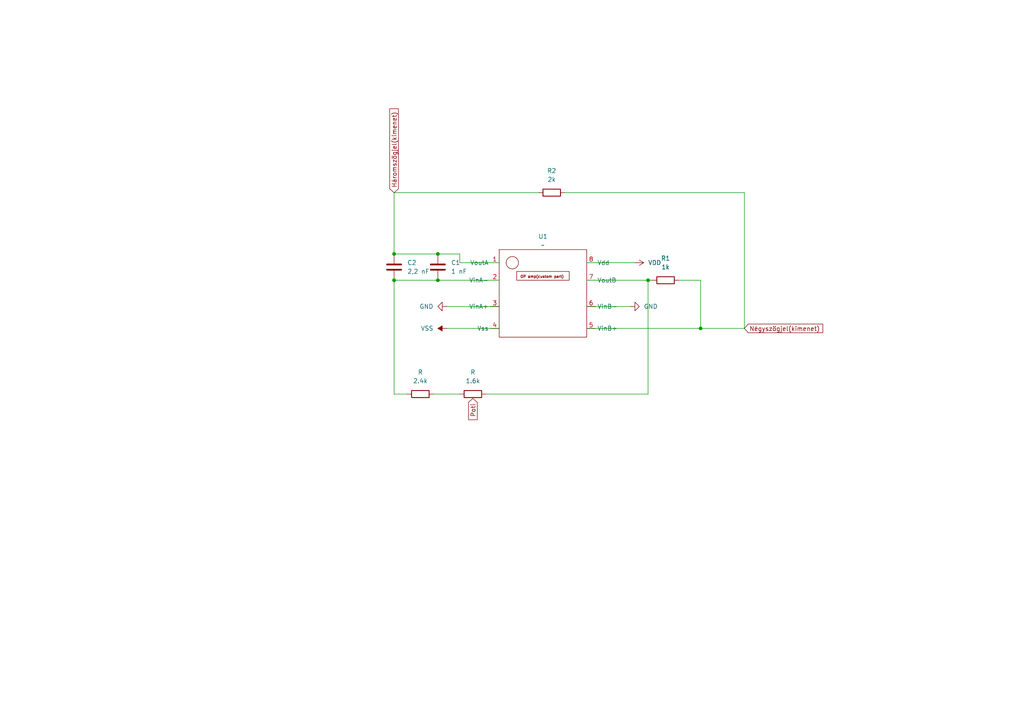
<source format=kicad_sch>
(kicad_sch
	(version 20250114)
	(generator "eeschema")
	(generator_version "9.0")
	(uuid "f1807f3b-3a8f-4961-8163-5183412817a7")
	(paper "A4")
	(lib_symbols
		(symbol "Device:C"
			(pin_numbers
				(hide yes)
			)
			(pin_names
				(offset 0.254)
			)
			(exclude_from_sim no)
			(in_bom yes)
			(on_board yes)
			(property "Reference" "C"
				(at 0.635 2.54 0)
				(effects
					(font
						(size 1.27 1.27)
					)
					(justify left)
				)
			)
			(property "Value" "C"
				(at 0.635 -2.54 0)
				(effects
					(font
						(size 1.27 1.27)
					)
					(justify left)
				)
			)
			(property "Footprint" ""
				(at 0.9652 -3.81 0)
				(effects
					(font
						(size 1.27 1.27)
					)
					(hide yes)
				)
			)
			(property "Datasheet" "~"
				(at 0 0 0)
				(effects
					(font
						(size 1.27 1.27)
					)
					(hide yes)
				)
			)
			(property "Description" "Unpolarized capacitor"
				(at 0 0 0)
				(effects
					(font
						(size 1.27 1.27)
					)
					(hide yes)
				)
			)
			(property "ki_keywords" "cap capacitor"
				(at 0 0 0)
				(effects
					(font
						(size 1.27 1.27)
					)
					(hide yes)
				)
			)
			(property "ki_fp_filters" "C_*"
				(at 0 0 0)
				(effects
					(font
						(size 1.27 1.27)
					)
					(hide yes)
				)
			)
			(symbol "C_0_1"
				(polyline
					(pts
						(xy -2.032 0.762) (xy 2.032 0.762)
					)
					(stroke
						(width 0.508)
						(type default)
					)
					(fill
						(type none)
					)
				)
				(polyline
					(pts
						(xy -2.032 -0.762) (xy 2.032 -0.762)
					)
					(stroke
						(width 0.508)
						(type default)
					)
					(fill
						(type none)
					)
				)
			)
			(symbol "C_1_1"
				(pin passive line
					(at 0 3.81 270)
					(length 2.794)
					(name "~"
						(effects
							(font
								(size 1.27 1.27)
							)
						)
					)
					(number "1"
						(effects
							(font
								(size 1.27 1.27)
							)
						)
					)
				)
				(pin passive line
					(at 0 -3.81 90)
					(length 2.794)
					(name "~"
						(effects
							(font
								(size 1.27 1.27)
							)
						)
					)
					(number "2"
						(effects
							(font
								(size 1.27 1.27)
							)
						)
					)
				)
			)
			(embedded_fonts no)
		)
		(symbol "Device:R"
			(pin_numbers
				(hide yes)
			)
			(pin_names
				(offset 0)
			)
			(exclude_from_sim no)
			(in_bom yes)
			(on_board yes)
			(property "Reference" "R"
				(at 2.032 0 90)
				(effects
					(font
						(size 1.27 1.27)
					)
				)
			)
			(property "Value" "R"
				(at 0 0 90)
				(effects
					(font
						(size 1.27 1.27)
					)
				)
			)
			(property "Footprint" ""
				(at -1.778 0 90)
				(effects
					(font
						(size 1.27 1.27)
					)
					(hide yes)
				)
			)
			(property "Datasheet" "~"
				(at 0 0 0)
				(effects
					(font
						(size 1.27 1.27)
					)
					(hide yes)
				)
			)
			(property "Description" "Resistor"
				(at 0 0 0)
				(effects
					(font
						(size 1.27 1.27)
					)
					(hide yes)
				)
			)
			(property "ki_keywords" "R res resistor"
				(at 0 0 0)
				(effects
					(font
						(size 1.27 1.27)
					)
					(hide yes)
				)
			)
			(property "ki_fp_filters" "R_*"
				(at 0 0 0)
				(effects
					(font
						(size 1.27 1.27)
					)
					(hide yes)
				)
			)
			(symbol "R_0_1"
				(rectangle
					(start -1.016 -2.54)
					(end 1.016 2.54)
					(stroke
						(width 0.254)
						(type default)
					)
					(fill
						(type none)
					)
				)
			)
			(symbol "R_1_1"
				(pin passive line
					(at 0 3.81 270)
					(length 1.27)
					(name "~"
						(effects
							(font
								(size 1.27 1.27)
							)
						)
					)
					(number "1"
						(effects
							(font
								(size 1.27 1.27)
							)
						)
					)
				)
				(pin passive line
					(at 0 -3.81 90)
					(length 1.27)
					(name "~"
						(effects
							(font
								(size 1.27 1.27)
							)
						)
					)
					(number "2"
						(effects
							(font
								(size 1.27 1.27)
							)
						)
					)
				)
			)
			(embedded_fonts no)
		)
		(symbol "New_Library:Op_amp(custom_part)"
			(exclude_from_sim no)
			(in_bom yes)
			(on_board yes)
			(property "Reference" "U"
				(at 0 0 0)
				(effects
					(font
						(size 1.27 1.27)
					)
				)
			)
			(property "Value" ""
				(at 0 0 0)
				(effects
					(font
						(size 1.27 1.27)
					)
				)
			)
			(property "Footprint" ""
				(at 0 0 0)
				(effects
					(font
						(size 1.27 1.27)
					)
					(hide yes)
				)
			)
			(property "Datasheet" ""
				(at 0 0 0)
				(effects
					(font
						(size 1.27 1.27)
					)
					(hide yes)
				)
			)
			(property "Description" ""
				(at 0 0 0)
				(effects
					(font
						(size 1.27 1.27)
					)
					(hide yes)
				)
			)
			(symbol "Op_amp(custom_part)_0_1"
				(rectangle
					(start -12.7 12.7)
					(end 12.7 -12.7)
					(stroke
						(width 0)
						(type default)
					)
					(fill
						(type none)
					)
				)
				(circle
					(center -8.89 8.89)
					(radius 1.7961)
					(stroke
						(width 0)
						(type default)
					)
					(fill
						(type none)
					)
				)
			)
			(symbol "Op_amp(custom_part)_1_1"
				(text_box "OP amp(custom part)"
					(at -7.62 6.35 0)
					(size 15.24 -2.54)
					(margins 1.016 1.016 1.016 1.016)
					(stroke
						(width 0)
						(type solid)
					)
					(fill
						(type none)
					)
					(effects
						(font
							(size 0.762 0.762)
						)
						(justify left top)
					)
				)
				(pin output line
					(at -12.7 8.89 180)
					(length 2.54)
					(name "VoutA"
						(effects
							(font
								(size 1.27 1.27)
							)
						)
					)
					(number "1"
						(effects
							(font
								(size 1.27 1.27)
							)
						)
					)
				)
				(pin input line
					(at -12.7 3.81 180)
					(length 2.54)
					(name "VinA-"
						(effects
							(font
								(size 1.27 1.27)
							)
						)
					)
					(number "2"
						(effects
							(font
								(size 1.27 1.27)
							)
						)
					)
				)
				(pin input line
					(at -12.7 -3.81 180)
					(length 2.54)
					(name "VinA+"
						(effects
							(font
								(size 1.27 1.27)
							)
						)
					)
					(number "3"
						(effects
							(font
								(size 1.27 1.27)
							)
						)
					)
				)
				(pin input line
					(at -12.7 -10.16 180)
					(length 2.54)
					(name "Vss"
						(effects
							(font
								(size 1.27 1.27)
							)
						)
					)
					(number "4"
						(effects
							(font
								(size 1.27 1.27)
							)
						)
					)
				)
				(pin input line
					(at 12.7 8.89 0)
					(length 2.54)
					(name "Vdd"
						(effects
							(font
								(size 1.27 1.27)
							)
						)
					)
					(number "8"
						(effects
							(font
								(size 1.27 1.27)
							)
						)
					)
				)
				(pin output line
					(at 12.7 3.81 0)
					(length 2.54)
					(name "VoutB"
						(effects
							(font
								(size 1.27 1.27)
							)
						)
					)
					(number "7"
						(effects
							(font
								(size 1.27 1.27)
							)
						)
					)
				)
				(pin input line
					(at 12.7 -3.81 0)
					(length 2.54)
					(name "VinB-"
						(effects
							(font
								(size 1.27 1.27)
							)
						)
					)
					(number "6"
						(effects
							(font
								(size 1.27 1.27)
							)
						)
					)
				)
				(pin input line
					(at 12.7 -10.16 0)
					(length 2.54)
					(name "VinB+"
						(effects
							(font
								(size 1.27 1.27)
							)
						)
					)
					(number "5"
						(effects
							(font
								(size 1.27 1.27)
							)
						)
					)
				)
			)
			(embedded_fonts no)
		)
		(symbol "power:GND"
			(power)
			(pin_numbers
				(hide yes)
			)
			(pin_names
				(offset 0)
				(hide yes)
			)
			(exclude_from_sim no)
			(in_bom yes)
			(on_board yes)
			(property "Reference" "#PWR"
				(at 0 -6.35 0)
				(effects
					(font
						(size 1.27 1.27)
					)
					(hide yes)
				)
			)
			(property "Value" "GND"
				(at 0 -3.81 0)
				(effects
					(font
						(size 1.27 1.27)
					)
				)
			)
			(property "Footprint" ""
				(at 0 0 0)
				(effects
					(font
						(size 1.27 1.27)
					)
					(hide yes)
				)
			)
			(property "Datasheet" ""
				(at 0 0 0)
				(effects
					(font
						(size 1.27 1.27)
					)
					(hide yes)
				)
			)
			(property "Description" "Power symbol creates a global label with name \"GND\" , ground"
				(at 0 0 0)
				(effects
					(font
						(size 1.27 1.27)
					)
					(hide yes)
				)
			)
			(property "ki_keywords" "global power"
				(at 0 0 0)
				(effects
					(font
						(size 1.27 1.27)
					)
					(hide yes)
				)
			)
			(symbol "GND_0_1"
				(polyline
					(pts
						(xy 0 0) (xy 0 -1.27) (xy 1.27 -1.27) (xy 0 -2.54) (xy -1.27 -1.27) (xy 0 -1.27)
					)
					(stroke
						(width 0)
						(type default)
					)
					(fill
						(type none)
					)
				)
			)
			(symbol "GND_1_1"
				(pin power_in line
					(at 0 0 270)
					(length 0)
					(name "~"
						(effects
							(font
								(size 1.27 1.27)
							)
						)
					)
					(number "1"
						(effects
							(font
								(size 1.27 1.27)
							)
						)
					)
				)
			)
			(embedded_fonts no)
		)
		(symbol "power:VDD"
			(power)
			(pin_numbers
				(hide yes)
			)
			(pin_names
				(offset 0)
				(hide yes)
			)
			(exclude_from_sim no)
			(in_bom yes)
			(on_board yes)
			(property "Reference" "#PWR"
				(at 0 -3.81 0)
				(effects
					(font
						(size 1.27 1.27)
					)
					(hide yes)
				)
			)
			(property "Value" "VDD"
				(at 0 3.556 0)
				(effects
					(font
						(size 1.27 1.27)
					)
				)
			)
			(property "Footprint" ""
				(at 0 0 0)
				(effects
					(font
						(size 1.27 1.27)
					)
					(hide yes)
				)
			)
			(property "Datasheet" ""
				(at 0 0 0)
				(effects
					(font
						(size 1.27 1.27)
					)
					(hide yes)
				)
			)
			(property "Description" "Power symbol creates a global label with name \"VDD\""
				(at 0 0 0)
				(effects
					(font
						(size 1.27 1.27)
					)
					(hide yes)
				)
			)
			(property "ki_keywords" "global power"
				(at 0 0 0)
				(effects
					(font
						(size 1.27 1.27)
					)
					(hide yes)
				)
			)
			(symbol "VDD_0_1"
				(polyline
					(pts
						(xy -0.762 1.27) (xy 0 2.54)
					)
					(stroke
						(width 0)
						(type default)
					)
					(fill
						(type none)
					)
				)
				(polyline
					(pts
						(xy 0 2.54) (xy 0.762 1.27)
					)
					(stroke
						(width 0)
						(type default)
					)
					(fill
						(type none)
					)
				)
				(polyline
					(pts
						(xy 0 0) (xy 0 2.54)
					)
					(stroke
						(width 0)
						(type default)
					)
					(fill
						(type none)
					)
				)
			)
			(symbol "VDD_1_1"
				(pin power_in line
					(at 0 0 90)
					(length 0)
					(name "~"
						(effects
							(font
								(size 1.27 1.27)
							)
						)
					)
					(number "1"
						(effects
							(font
								(size 1.27 1.27)
							)
						)
					)
				)
			)
			(embedded_fonts no)
		)
		(symbol "power:VSS"
			(power)
			(pin_numbers
				(hide yes)
			)
			(pin_names
				(offset 0)
				(hide yes)
			)
			(exclude_from_sim no)
			(in_bom yes)
			(on_board yes)
			(property "Reference" "#PWR"
				(at 0 -3.81 0)
				(effects
					(font
						(size 1.27 1.27)
					)
					(hide yes)
				)
			)
			(property "Value" "VSS"
				(at 0 3.556 0)
				(effects
					(font
						(size 1.27 1.27)
					)
				)
			)
			(property "Footprint" ""
				(at 0 0 0)
				(effects
					(font
						(size 1.27 1.27)
					)
					(hide yes)
				)
			)
			(property "Datasheet" ""
				(at 0 0 0)
				(effects
					(font
						(size 1.27 1.27)
					)
					(hide yes)
				)
			)
			(property "Description" "Power symbol creates a global label with name \"VSS\""
				(at 0 0 0)
				(effects
					(font
						(size 1.27 1.27)
					)
					(hide yes)
				)
			)
			(property "ki_keywords" "global power"
				(at 0 0 0)
				(effects
					(font
						(size 1.27 1.27)
					)
					(hide yes)
				)
			)
			(symbol "VSS_0_1"
				(polyline
					(pts
						(xy 0 0) (xy 0 2.54)
					)
					(stroke
						(width 0)
						(type default)
					)
					(fill
						(type none)
					)
				)
				(polyline
					(pts
						(xy 0.762 1.27) (xy -0.762 1.27) (xy 0 2.54) (xy 0.762 1.27)
					)
					(stroke
						(width 0)
						(type default)
					)
					(fill
						(type outline)
					)
				)
			)
			(symbol "VSS_1_1"
				(pin power_in line
					(at 0 0 90)
					(length 0)
					(name "~"
						(effects
							(font
								(size 1.27 1.27)
							)
						)
					)
					(number "1"
						(effects
							(font
								(size 1.27 1.27)
							)
						)
					)
				)
			)
			(embedded_fonts no)
		)
	)
	(junction
		(at 114.3 81.28)
		(diameter 0)
		(color 0 0 0 0)
		(uuid "0e645149-5a13-4de5-8dc9-ff0476ba12a4")
	)
	(junction
		(at 187.96 81.28)
		(diameter 0)
		(color 0 0 0 0)
		(uuid "29baba6b-a632-4db9-ba6c-98ec2613ca33")
	)
	(junction
		(at 114.3 73.66)
		(diameter 0)
		(color 0 0 0 0)
		(uuid "3a4c8fd7-3074-4281-9552-e8df04140993")
	)
	(junction
		(at 203.2 95.25)
		(diameter 0)
		(color 0 0 0 0)
		(uuid "563e15ed-4c87-4af1-a170-ce623005d334")
	)
	(junction
		(at 127 73.66)
		(diameter 0)
		(color 0 0 0 0)
		(uuid "87b4a96d-6c0e-4518-a68c-949bdf924008")
	)
	(junction
		(at 127 81.28)
		(diameter 0)
		(color 0 0 0 0)
		(uuid "8bcca267-7c67-4084-8cbd-d60e73358c69")
	)
	(wire
		(pts
			(xy 114.3 55.88) (xy 156.21 55.88)
		)
		(stroke
			(width 0)
			(type default)
		)
		(uuid "13991ae3-fb0e-400c-b859-745619bb09e7")
	)
	(wire
		(pts
			(xy 114.3 73.66) (xy 114.3 55.88)
		)
		(stroke
			(width 0)
			(type default)
		)
		(uuid "1ddc71dc-8bc9-4cbc-9678-0127b6756137")
	)
	(wire
		(pts
			(xy 125.73 114.3) (xy 133.35 114.3)
		)
		(stroke
			(width 0)
			(type default)
		)
		(uuid "22d8f79d-d6c9-4a0b-8b2c-cceb0809978a")
	)
	(wire
		(pts
			(xy 163.83 55.88) (xy 215.9 55.88)
		)
		(stroke
			(width 0)
			(type default)
		)
		(uuid "2926feaf-5aba-447c-bffe-fec0f22889b2")
	)
	(wire
		(pts
			(xy 170.18 95.25) (xy 203.2 95.25)
		)
		(stroke
			(width 0)
			(type default)
		)
		(uuid "2ae149ff-e52f-47de-9c6d-ed8f8e6c94f4")
	)
	(wire
		(pts
			(xy 118.11 114.3) (xy 114.3 114.3)
		)
		(stroke
			(width 0)
			(type default)
		)
		(uuid "31a706a2-4da8-42ef-8c8a-b3df3b2e4aa4")
	)
	(wire
		(pts
			(xy 144.78 76.2) (xy 133.35 76.2)
		)
		(stroke
			(width 0)
			(type default)
		)
		(uuid "357abdd0-d5cf-48ef-8f57-5165e22b52e8")
	)
	(wire
		(pts
			(xy 203.2 81.28) (xy 203.2 95.25)
		)
		(stroke
			(width 0)
			(type default)
		)
		(uuid "480c300a-1658-4bf6-ad84-b479b4593aee")
	)
	(wire
		(pts
			(xy 114.3 73.66) (xy 127 73.66)
		)
		(stroke
			(width 0)
			(type default)
		)
		(uuid "61255585-879e-4290-a522-7e53b740c2b0")
	)
	(wire
		(pts
			(xy 215.9 55.88) (xy 215.9 95.25)
		)
		(stroke
			(width 0)
			(type default)
		)
		(uuid "6820a69a-79e7-4c0a-a187-9f1eb8667990")
	)
	(wire
		(pts
			(xy 203.2 95.25) (xy 215.9 95.25)
		)
		(stroke
			(width 0)
			(type default)
		)
		(uuid "6c91844d-5628-4a78-87d3-00fcc9494328")
	)
	(wire
		(pts
			(xy 196.85 81.28) (xy 203.2 81.28)
		)
		(stroke
			(width 0)
			(type default)
		)
		(uuid "6f2c0959-60e7-4fb9-9beb-0bc597439818")
	)
	(wire
		(pts
			(xy 170.18 81.28) (xy 187.96 81.28)
		)
		(stroke
			(width 0)
			(type default)
		)
		(uuid "76f88d7b-3f3d-4fde-a807-b6a50508c6c3")
	)
	(wire
		(pts
			(xy 129.54 88.9) (xy 144.78 88.9)
		)
		(stroke
			(width 0)
			(type default)
		)
		(uuid "84881a77-bf33-4229-b53c-a277cfc9790a")
	)
	(wire
		(pts
			(xy 114.3 81.28) (xy 127 81.28)
		)
		(stroke
			(width 0)
			(type default)
		)
		(uuid "8cfec7b1-4d88-4a9a-8105-957a296a758a")
	)
	(wire
		(pts
			(xy 133.35 73.66) (xy 127 73.66)
		)
		(stroke
			(width 0)
			(type default)
		)
		(uuid "9b90aafa-4b41-4423-aefb-646785a7ea71")
	)
	(wire
		(pts
			(xy 187.96 81.28) (xy 189.23 81.28)
		)
		(stroke
			(width 0)
			(type default)
		)
		(uuid "a1fb9f06-db49-49b5-a1e2-4cd68859a01d")
	)
	(wire
		(pts
			(xy 127 81.28) (xy 144.78 81.28)
		)
		(stroke
			(width 0)
			(type default)
		)
		(uuid "a487b28e-3091-430a-b895-776c7f78abea")
	)
	(wire
		(pts
			(xy 170.18 76.2) (xy 184.15 76.2)
		)
		(stroke
			(width 0)
			(type default)
		)
		(uuid "bc7e287b-dec1-4cc4-9536-dbd8a80f76d4")
	)
	(wire
		(pts
			(xy 133.35 76.2) (xy 133.35 73.66)
		)
		(stroke
			(width 0)
			(type default)
		)
		(uuid "bd1f09c5-4e44-44d3-8763-ed5600fc9798")
	)
	(wire
		(pts
			(xy 114.3 81.28) (xy 114.3 114.3)
		)
		(stroke
			(width 0)
			(type default)
		)
		(uuid "c1f89fea-53d6-4634-b852-ff0d0bf207f6")
	)
	(wire
		(pts
			(xy 187.96 81.28) (xy 187.96 114.3)
		)
		(stroke
			(width 0)
			(type default)
		)
		(uuid "d91dbe04-7424-43d1-be16-b0fcbdd247dc")
	)
	(wire
		(pts
			(xy 140.97 114.3) (xy 187.96 114.3)
		)
		(stroke
			(width 0)
			(type default)
		)
		(uuid "dccce34b-d21c-4713-961b-3054382ca2e9")
	)
	(wire
		(pts
			(xy 170.18 88.9) (xy 182.88 88.9)
		)
		(stroke
			(width 0)
			(type default)
		)
		(uuid "e1bec8ba-e787-47f0-b753-dbec42242025")
	)
	(wire
		(pts
			(xy 129.54 95.25) (xy 144.78 95.25)
		)
		(stroke
			(width 0)
			(type default)
		)
		(uuid "eeca325f-27d3-42e9-8533-e59e28fa6f35")
	)
	(global_label "Poti"
		(shape input)
		(at 137.16 115.57 270)
		(fields_autoplaced yes)
		(effects
			(font
				(size 1.27 1.27)
			)
			(justify right)
		)
		(uuid "0f1fe1ee-dd1b-448e-b730-3e81f0fe60ea")
		(property "Intersheetrefs" "${INTERSHEET_REFS}"
			(at 137.16 122.3047 90)
			(effects
				(font
					(size 1.27 1.27)
				)
				(justify right)
				(hide yes)
			)
		)
	)
	(global_label "Négyszögjel(kimenet)"
		(shape input)
		(at 215.9 95.25 0)
		(fields_autoplaced yes)
		(effects
			(font
				(size 1.27 1.27)
			)
			(justify left)
		)
		(uuid "8653e03e-ec2b-444b-97d8-34781d5ba0b1")
		(property "Intersheetrefs" "${INTERSHEET_REFS}"
			(at 239.2052 95.25 0)
			(effects
				(font
					(size 1.27 1.27)
				)
				(justify left)
				(hide yes)
			)
		)
	)
	(global_label "Háromszögjel(kimenet)"
		(shape input)
		(at 114.3 55.88 90)
		(fields_autoplaced yes)
		(effects
			(font
				(size 1.27 1.27)
			)
			(justify left)
		)
		(uuid "c7a14b96-157f-4639-8c67-999003912904")
		(property "Intersheetrefs" "${INTERSHEET_REFS}"
			(at 114.3 31.0025 90)
			(effects
				(font
					(size 1.27 1.27)
				)
				(justify left)
				(hide yes)
			)
		)
	)
	(symbol
		(lib_id "power:VSS")
		(at 129.54 95.25 90)
		(unit 1)
		(exclude_from_sim no)
		(in_bom yes)
		(on_board yes)
		(dnp no)
		(fields_autoplaced yes)
		(uuid "109dd63e-c28d-4094-8275-28d905ef5572")
		(property "Reference" "#PWR04"
			(at 133.35 95.25 0)
			(effects
				(font
					(size 1.27 1.27)
				)
				(hide yes)
			)
		)
		(property "Value" "VSS"
			(at 125.73 95.2499 90)
			(effects
				(font
					(size 1.27 1.27)
				)
				(justify left)
			)
		)
		(property "Footprint" ""
			(at 129.54 95.25 0)
			(effects
				(font
					(size 1.27 1.27)
				)
				(hide yes)
			)
		)
		(property "Datasheet" ""
			(at 129.54 95.25 0)
			(effects
				(font
					(size 1.27 1.27)
				)
				(hide yes)
			)
		)
		(property "Description" "Power symbol creates a global label with name \"VSS\""
			(at 129.54 95.25 0)
			(effects
				(font
					(size 1.27 1.27)
				)
				(hide yes)
			)
		)
		(pin "1"
			(uuid "a1f19e65-f0d3-4c0f-88e2-97d337b06797")
		)
		(instances
			(project ""
				(path "/f1807f3b-3a8f-4961-8163-5183412817a7"
					(reference "#PWR04")
					(unit 1)
				)
			)
		)
	)
	(symbol
		(lib_id "Device:C")
		(at 114.3 77.47 0)
		(unit 1)
		(exclude_from_sim no)
		(in_bom yes)
		(on_board yes)
		(dnp no)
		(fields_autoplaced yes)
		(uuid "2d93abb8-0f9e-4fd3-9c3b-1f17c427504a")
		(property "Reference" "C2"
			(at 118.11 76.1999 0)
			(effects
				(font
					(size 1.27 1.27)
				)
				(justify left)
			)
		)
		(property "Value" "2,2 nF"
			(at 118.11 78.7399 0)
			(effects
				(font
					(size 1.27 1.27)
				)
				(justify left)
			)
		)
		(property "Footprint" ""
			(at 115.2652 81.28 0)
			(effects
				(font
					(size 1.27 1.27)
				)
				(hide yes)
			)
		)
		(property "Datasheet" "~"
			(at 114.3 77.47 0)
			(effects
				(font
					(size 1.27 1.27)
				)
				(hide yes)
			)
		)
		(property "Description" "Unpolarized capacitor"
			(at 114.3 77.47 0)
			(effects
				(font
					(size 1.27 1.27)
				)
				(hide yes)
			)
		)
		(pin "1"
			(uuid "6723b5dd-9341-4dcd-9a34-1ae9f092daba")
		)
		(pin "2"
			(uuid "18ead55d-b1a9-4262-ae7c-e7481d2e36de")
		)
		(instances
			(project ""
				(path "/f1807f3b-3a8f-4961-8163-5183412817a7"
					(reference "C2")
					(unit 1)
				)
			)
		)
	)
	(symbol
		(lib_id "power:GND")
		(at 129.54 88.9 270)
		(unit 1)
		(exclude_from_sim no)
		(in_bom yes)
		(on_board yes)
		(dnp no)
		(fields_autoplaced yes)
		(uuid "5cdb24e0-0323-4916-a749-351796dc0512")
		(property "Reference" "#PWR01"
			(at 123.19 88.9 0)
			(effects
				(font
					(size 1.27 1.27)
				)
				(hide yes)
			)
		)
		(property "Value" "GND"
			(at 125.73 88.8999 90)
			(effects
				(font
					(size 1.27 1.27)
				)
				(justify right)
			)
		)
		(property "Footprint" ""
			(at 129.54 88.9 0)
			(effects
				(font
					(size 1.27 1.27)
				)
				(hide yes)
			)
		)
		(property "Datasheet" ""
			(at 129.54 88.9 0)
			(effects
				(font
					(size 1.27 1.27)
				)
				(hide yes)
			)
		)
		(property "Description" "Power symbol creates a global label with name \"GND\" , ground"
			(at 129.54 88.9 0)
			(effects
				(font
					(size 1.27 1.27)
				)
				(hide yes)
			)
		)
		(pin "1"
			(uuid "91a37144-a079-4f16-be1d-70cd28a09af9")
		)
		(instances
			(project ""
				(path "/f1807f3b-3a8f-4961-8163-5183412817a7"
					(reference "#PWR01")
					(unit 1)
				)
			)
		)
	)
	(symbol
		(lib_id "Device:R")
		(at 160.02 55.88 90)
		(unit 1)
		(exclude_from_sim no)
		(in_bom yes)
		(on_board yes)
		(dnp no)
		(fields_autoplaced yes)
		(uuid "5fe45cc4-a776-405b-8beb-57f795652ef2")
		(property "Reference" "R2"
			(at 160.02 49.53 90)
			(effects
				(font
					(size 1.27 1.27)
				)
			)
		)
		(property "Value" "2k"
			(at 160.02 52.07 90)
			(effects
				(font
					(size 1.27 1.27)
				)
			)
		)
		(property "Footprint" ""
			(at 160.02 57.658 90)
			(effects
				(font
					(size 1.27 1.27)
				)
				(hide yes)
			)
		)
		(property "Datasheet" "~"
			(at 160.02 55.88 0)
			(effects
				(font
					(size 1.27 1.27)
				)
				(hide yes)
			)
		)
		(property "Description" "Resistor"
			(at 160.02 55.88 0)
			(effects
				(font
					(size 1.27 1.27)
				)
				(hide yes)
			)
		)
		(pin "1"
			(uuid "e57a9597-24b4-4f84-b9ab-844b63460c45")
		)
		(pin "2"
			(uuid "ff1bcd8b-7e61-4eb3-aac6-94b66c00105a")
		)
		(instances
			(project ""
				(path "/f1807f3b-3a8f-4961-8163-5183412817a7"
					(reference "R2")
					(unit 1)
				)
			)
		)
	)
	(symbol
		(lib_id "power:VDD")
		(at 184.15 76.2 270)
		(unit 1)
		(exclude_from_sim no)
		(in_bom yes)
		(on_board yes)
		(dnp no)
		(fields_autoplaced yes)
		(uuid "69d84fb1-1c47-40b7-97c2-6c9e1f404f98")
		(property "Reference" "#PWR03"
			(at 180.34 76.2 0)
			(effects
				(font
					(size 1.27 1.27)
				)
				(hide yes)
			)
		)
		(property "Value" "VDD"
			(at 187.96 76.1999 90)
			(effects
				(font
					(size 1.27 1.27)
				)
				(justify left)
			)
		)
		(property "Footprint" ""
			(at 184.15 76.2 0)
			(effects
				(font
					(size 1.27 1.27)
				)
				(hide yes)
			)
		)
		(property "Datasheet" ""
			(at 184.15 76.2 0)
			(effects
				(font
					(size 1.27 1.27)
				)
				(hide yes)
			)
		)
		(property "Description" "Power symbol creates a global label with name \"VDD\""
			(at 184.15 76.2 0)
			(effects
				(font
					(size 1.27 1.27)
				)
				(hide yes)
			)
		)
		(pin "1"
			(uuid "e54d9576-2cce-4c25-b651-37f6e179a7d1")
		)
		(instances
			(project ""
				(path "/f1807f3b-3a8f-4961-8163-5183412817a7"
					(reference "#PWR03")
					(unit 1)
				)
			)
		)
	)
	(symbol
		(lib_id "Device:R")
		(at 193.04 81.28 90)
		(unit 1)
		(exclude_from_sim no)
		(in_bom yes)
		(on_board yes)
		(dnp no)
		(fields_autoplaced yes)
		(uuid "746772b7-e9c2-406c-ac3d-a7935478da9a")
		(property "Reference" "R1"
			(at 193.04 74.93 90)
			(effects
				(font
					(size 1.27 1.27)
				)
			)
		)
		(property "Value" "1k"
			(at 193.04 77.47 90)
			(effects
				(font
					(size 1.27 1.27)
				)
			)
		)
		(property "Footprint" ""
			(at 193.04 83.058 90)
			(effects
				(font
					(size 1.27 1.27)
				)
				(hide yes)
			)
		)
		(property "Datasheet" "~"
			(at 193.04 81.28 0)
			(effects
				(font
					(size 1.27 1.27)
				)
				(hide yes)
			)
		)
		(property "Description" "Resistor"
			(at 193.04 81.28 0)
			(effects
				(font
					(size 1.27 1.27)
				)
				(hide yes)
			)
		)
		(pin "2"
			(uuid "f3f1bf33-7942-4014-9b8c-24c2ef2d3c65")
		)
		(pin "1"
			(uuid "6ce82e51-eb7e-4379-9594-ad9fded73e47")
		)
		(instances
			(project ""
				(path "/f1807f3b-3a8f-4961-8163-5183412817a7"
					(reference "R1")
					(unit 1)
				)
			)
		)
	)
	(symbol
		(lib_id "Device:R")
		(at 121.92 114.3 90)
		(unit 1)
		(exclude_from_sim no)
		(in_bom yes)
		(on_board yes)
		(dnp no)
		(fields_autoplaced yes)
		(uuid "78bc2821-8a9a-47fe-a980-5950a3634bb1")
		(property "Reference" "R"
			(at 121.92 107.95 90)
			(effects
				(font
					(size 1.27 1.27)
				)
			)
		)
		(property "Value" "2.4k"
			(at 121.92 110.49 90)
			(effects
				(font
					(size 1.27 1.27)
				)
			)
		)
		(property "Footprint" ""
			(at 121.92 116.078 90)
			(effects
				(font
					(size 1.27 1.27)
				)
				(hide yes)
			)
		)
		(property "Datasheet" "~"
			(at 121.92 114.3 0)
			(effects
				(font
					(size 1.27 1.27)
				)
				(hide yes)
			)
		)
		(property "Description" "Resistor"
			(at 121.92 114.3 0)
			(effects
				(font
					(size 1.27 1.27)
				)
				(hide yes)
			)
		)
		(pin "2"
			(uuid "ef3be31d-fcc8-4801-a70a-11dfb15b7efc")
		)
		(pin "1"
			(uuid "34c6ee07-e950-43a5-bac5-edba2d8ca2c6")
		)
		(instances
			(project ""
				(path "/f1807f3b-3a8f-4961-8163-5183412817a7"
					(reference "R")
					(unit 1)
				)
			)
		)
	)
	(symbol
		(lib_id "New_Library:Op_amp(custom_part)")
		(at 157.48 85.09 0)
		(unit 1)
		(exclude_from_sim no)
		(in_bom yes)
		(on_board yes)
		(dnp no)
		(fields_autoplaced yes)
		(uuid "8f1c9e7c-ae25-4caa-a64a-66b63f446cf7")
		(property "Reference" "U1"
			(at 157.48 68.58 0)
			(effects
				(font
					(size 1.27 1.27)
				)
			)
		)
		(property "Value" "~"
			(at 157.48 71.12 0)
			(effects
				(font
					(size 1.27 1.27)
				)
			)
		)
		(property "Footprint" ""
			(at 157.48 85.09 0)
			(effects
				(font
					(size 1.27 1.27)
				)
				(hide yes)
			)
		)
		(property "Datasheet" ""
			(at 157.48 85.09 0)
			(effects
				(font
					(size 1.27 1.27)
				)
				(hide yes)
			)
		)
		(property "Description" ""
			(at 157.48 85.09 0)
			(effects
				(font
					(size 1.27 1.27)
				)
				(hide yes)
			)
		)
		(pin "1"
			(uuid "3eb50072-6a3d-4e24-86bd-50335d60e3f6")
		)
		(pin "8"
			(uuid "743e0c9c-2814-4fa7-898f-7ee768a391a6")
		)
		(pin "7"
			(uuid "05f8eab7-d016-4712-ab2b-5fce677e960c")
		)
		(pin "2"
			(uuid "71c9792b-8bd4-433f-8191-303e14d1f56c")
		)
		(pin "4"
			(uuid "3014084c-6543-422f-8a97-ad8f5a6f7afa")
		)
		(pin "3"
			(uuid "a529148e-4f5e-4dbd-ac84-1c0c6c1c5d3f")
		)
		(pin "6"
			(uuid "1cef538c-6257-4220-8bcc-01d286552830")
		)
		(pin "5"
			(uuid "bff51b47-688d-4e9b-b41b-ddc6b6d8ecad")
		)
		(instances
			(project ""
				(path "/f1807f3b-3a8f-4961-8163-5183412817a7"
					(reference "U1")
					(unit 1)
				)
			)
		)
	)
	(symbol
		(lib_id "power:GND")
		(at 182.88 88.9 90)
		(unit 1)
		(exclude_from_sim no)
		(in_bom yes)
		(on_board yes)
		(dnp no)
		(fields_autoplaced yes)
		(uuid "a9b13012-30bd-4741-9cf6-d42b184e782f")
		(property "Reference" "#PWR02"
			(at 189.23 88.9 0)
			(effects
				(font
					(size 1.27 1.27)
				)
				(hide yes)
			)
		)
		(property "Value" "GND"
			(at 186.69 88.8999 90)
			(effects
				(font
					(size 1.27 1.27)
				)
				(justify right)
			)
		)
		(property "Footprint" ""
			(at 182.88 88.9 0)
			(effects
				(font
					(size 1.27 1.27)
				)
				(hide yes)
			)
		)
		(property "Datasheet" ""
			(at 182.88 88.9 0)
			(effects
				(font
					(size 1.27 1.27)
				)
				(hide yes)
			)
		)
		(property "Description" "Power symbol creates a global label with name \"GND\" , ground"
			(at 182.88 88.9 0)
			(effects
				(font
					(size 1.27 1.27)
				)
				(hide yes)
			)
		)
		(pin "1"
			(uuid "195e1caa-5f1b-4d1a-83d2-fce525a69cf2")
		)
		(instances
			(project ""
				(path "/f1807f3b-3a8f-4961-8163-5183412817a7"
					(reference "#PWR02")
					(unit 1)
				)
			)
		)
	)
	(symbol
		(lib_id "Device:R")
		(at 137.16 114.3 90)
		(unit 1)
		(exclude_from_sim no)
		(in_bom yes)
		(on_board yes)
		(dnp no)
		(fields_autoplaced yes)
		(uuid "db3e96ab-a982-4c99-8b9e-bc8985f8dcc3")
		(property "Reference" "R"
			(at 137.16 107.95 90)
			(effects
				(font
					(size 1.27 1.27)
				)
			)
		)
		(property "Value" "1.6k"
			(at 137.16 110.49 90)
			(effects
				(font
					(size 1.27 1.27)
				)
			)
		)
		(property "Footprint" ""
			(at 137.16 116.078 90)
			(effects
				(font
					(size 1.27 1.27)
				)
				(hide yes)
			)
		)
		(property "Datasheet" "~"
			(at 137.16 114.3 0)
			(effects
				(font
					(size 1.27 1.27)
				)
				(hide yes)
			)
		)
		(property "Description" "Poti"
			(at 137.16 114.3 0)
			(effects
				(font
					(size 1.27 1.27)
				)
				(hide yes)
			)
		)
		(pin "2"
			(uuid "8ba7c647-35ff-4301-9a5f-aaf9299845a4")
		)
		(pin "1"
			(uuid "ccfd659a-3338-4f73-81cb-b3a17ea2f654")
		)
		(instances
			(project ""
				(path "/f1807f3b-3a8f-4961-8163-5183412817a7"
					(reference "R")
					(unit 1)
				)
			)
		)
	)
	(symbol
		(lib_id "Device:C")
		(at 127 77.47 0)
		(unit 1)
		(exclude_from_sim no)
		(in_bom yes)
		(on_board yes)
		(dnp no)
		(fields_autoplaced yes)
		(uuid "f467db55-b590-47c5-b3ce-6d1adec452c7")
		(property "Reference" "C1"
			(at 130.81 76.1999 0)
			(effects
				(font
					(size 1.27 1.27)
				)
				(justify left)
			)
		)
		(property "Value" "1 nF"
			(at 130.81 78.7399 0)
			(effects
				(font
					(size 1.27 1.27)
				)
				(justify left)
			)
		)
		(property "Footprint" ""
			(at 127.9652 81.28 0)
			(effects
				(font
					(size 1.27 1.27)
				)
				(hide yes)
			)
		)
		(property "Datasheet" "~"
			(at 127 77.47 0)
			(effects
				(font
					(size 1.27 1.27)
				)
				(hide yes)
			)
		)
		(property "Description" "Unpolarized capacitor"
			(at 127 77.47 0)
			(effects
				(font
					(size 1.27 1.27)
				)
				(hide yes)
			)
		)
		(pin "2"
			(uuid "dd3f0058-e905-4934-bab1-339586fd00e3")
		)
		(pin "1"
			(uuid "2530872b-b61f-4c3c-9142-69333d1dd73b")
		)
		(instances
			(project ""
				(path "/f1807f3b-3a8f-4961-8163-5183412817a7"
					(reference "C1")
					(unit 1)
				)
			)
		)
	)
	(sheet_instances
		(path "/"
			(page "1")
		)
	)
	(embedded_fonts no)
)

</source>
